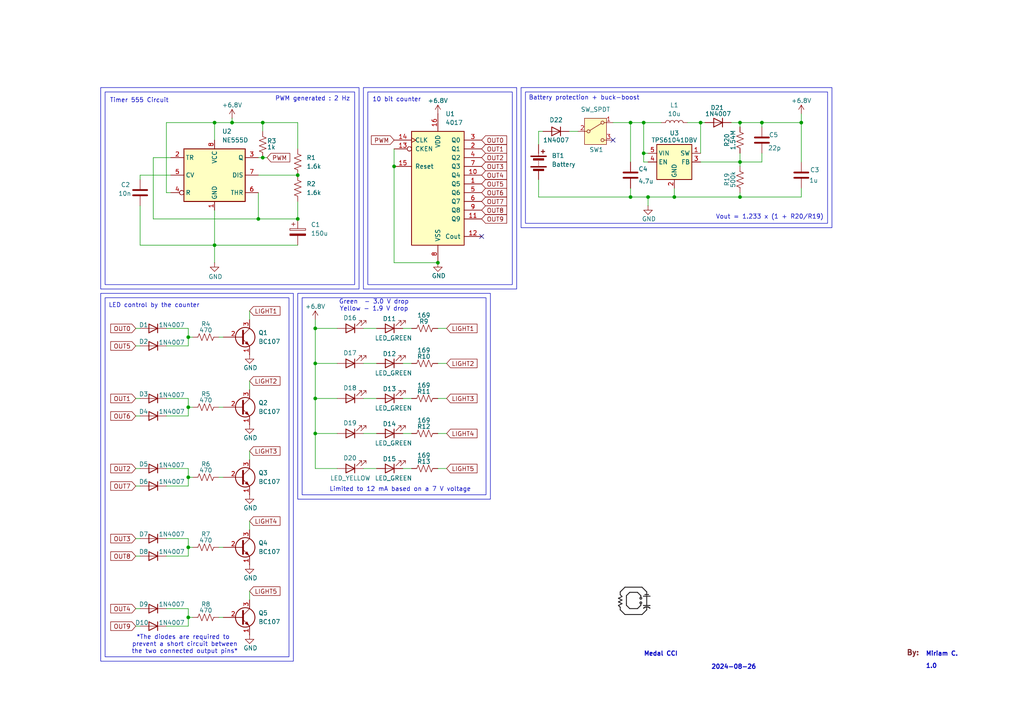
<source format=kicad_sch>
(kicad_sch (version 20231120) (generator "eeschema") (generator_version "8.0")
  (paper "A4")
  (junction (at 91.44 125.73))
  (junction (at 76.2 35.56))
  (junction (at 182.88 35.56))
  (junction (at 195.58 57.15))
  (junction (at 220.98 35.56))
  (junction (at 187.96 57.15))
  (junction (at 54.61 97.79))
  (junction (at 54.61 158.75))
  (junction (at 67.31 35.56))
  (junction (at 114.3 48.26))
  (junction (at 86.36 50.8))
  (junction (at 91.44 105.41))
  (junction (at 127 76.2))
  (junction (at 62.23 35.56))
  (junction (at 54.61 179.07))
  (junction (at 186.69 35.56))
  (junction (at 62.23 71.12))
  (junction (at 214.63 57.15))
  (junction (at 54.61 138.43))
  (junction (at 74.93 63.5))
  (junction (at 203.2 35.56))
  (junction (at 91.44 115.57))
  (junction (at 214.63 46.99))
  (junction (at 182.88 57.15))
  (junction (at 186.69 44.45))
  (junction (at 214.63 35.56))
  (junction (at 76.2 45.72))
  (junction (at 54.61 118.11))
  (junction (at 86.36 63.5))
  (junction (at 232.41 35.56))
  (junction (at 91.44 95.25))
  (no_connect (at 177.8 40.64))
  (no_connect (at 139.7 68.58))
  (polyline (pts (xy 187.4689 176.0208) (xy 187.5299 176.0164)) (stroke (width 0.2645) (type solid) (color 35 31 32 1)))
  (polyline (pts (xy 187.5758 176.875) (xy 187.5758 175.9797)) (stroke (width 0.2645) (type solid) (color 35 31 32 1)))
  (wire (pts (xy 91.44 125.73) (xy 91.44 135.89)))
  (wire (pts (xy 44.45 63.5) (xy 74.93 63.5)))
  (wire (pts (xy 62.23 60.96) (xy 62.23 71.12)))
  (wire (pts (xy 214.63 35.56) (xy 220.98 35.56)))
  (wire (pts (xy 114.3 43.18) (xy 114.3 48.26)))
  (polyline (pts (xy 186.5958 172.9237) (xy 188.5548 172.9237)) (stroke (width 0.2645) (type solid) (color 35 31 32 1)))
  (polyline (pts (xy 187.055 176.1329) (xy 187.112 176.1082)) (stroke (width 0.2645) (type solid) (color 35 31 32 1)))
  (wire (pts (xy 156.21 52.07) (xy 156.21 57.15)))
  (wire (pts (xy 97.79 105.41) (xy 91.44 105.41)))
  (wire (pts (xy 127 105.41) (xy 129.54 105.41)))
  (wire (pts (xy 199.39 35.56) (xy 203.2 35.56)))
  (wire (pts (xy 48.26 55.88) (xy 48.26 35.56)))
  (wire (pts (xy 91.44 115.57) (xy 91.44 125.73)))
  (wire (pts (xy 114.3 76.2) (xy 114.3 48.26)))
  (wire (pts (xy 105.41 115.57) (xy 109.22 115.57)))
  (wire (pts (xy 232.41 54.61) (xy 232.41 57.15)))
  (wire (pts (xy 40.64 59.69) (xy 40.64 71.12)))
  (wire (pts (xy 48.26 176.53) (xy 54.61 176.53)))
  (wire (pts (xy 54.61 161.29) (xy 48.26 161.29)))
  (polyline (pts (xy 187.1699 176.0863) (xy 187.2286 176.0674)) (stroke (width 0.2645) (type solid) (color 35 31 32 1)))
  (polyline (pts (xy 188.4433 176.3425) (xy 188.4908 176.3877)) (stroke (width 0.2645) (type solid) (color 35 31 32 1)))
  (wire (pts (xy 76.2 35.56) (xy 86.36 35.56)))
  (polyline (pts (xy 188.4908 176.3877) (xy 188.5109 176.4078)) (stroke (width 0.2645) (type solid) (color 35 31 32 1)))
  (wire (pts (xy 127 135.89) (xy 129.54 135.89)))
  (polyline (pts (xy 181.6825 173.2142) (xy 181.6825 175.1134)) (stroke (width 0.2645) (type solid) (color 35 31 32 1)))
  (wire (pts (xy 67.31 35.56) (xy 76.2 35.56)))
  (wire (pts (xy 186.69 44.45) (xy 187.96 44.45)))
  (wire (pts (xy 127 125.73) (xy 129.54 125.73)))
  (wire (pts (xy 86.36 35.56) (xy 86.36 43.18)))
  (wire (pts (xy 127 95.25) (xy 129.54 95.25)))
  (wire (pts (xy 91.44 95.25) (xy 97.79 95.25)))
  (wire (pts (xy 62.23 71.12) (xy 62.23 76.2)))
  (wire (pts (xy 195.58 57.15) (xy 214.63 57.15)))
  (wire (pts (xy 72.39 171.45) (xy 72.39 173.99)))
  (wire (pts (xy 220.98 35.56) (xy 232.41 35.56)))
  (wire (pts (xy 116.84 135.89) (xy 119.38 135.89)))
  (wire (pts (xy 187.96 57.15) (xy 195.58 57.15)))
  (polyline (pts (xy 179.3684 175.604) (xy 179.896 176.122)) (stroke (width 0.2645) (type solid) (color 35 31 32 1)))
  (polyline (pts (xy 184.8977 171.8019) (xy 182.6493 171.8019)) (stroke (width 0.2645) (type solid) (color 35 31 32 1)))
  (wire (pts (xy 156.21 57.15) (xy 182.88 57.15)))
  (wire (pts (xy 186.69 46.99) (xy 187.96 46.99)))
  (polyline (pts (xy 186.9443 176.1911) (xy 186.9991 176.1606)) (stroke (width 0.2645) (type solid) (color 35 31 32 1)))
  (polyline (pts (xy 179.896 176.122) (xy 179.896 176.875)) (stroke (width 0.2645) (type solid) (color 35 31 32 1)))
  (wire (pts (xy 182.88 57.15) (xy 187.96 57.15)))
  (polyline (pts (xy 187.7736 176.0281) (xy 187.834 176.0383)) (stroke (width 0.2645) (type solid) (color 35 31 32 1)))
  (wire (pts (xy 187.96 59.69) (xy 187.96 57.15)))
  (wire (pts (xy 39.37 140.97) (xy 40.64 140.97)))
  (wire (pts (xy 74.93 50.8) (xy 86.36 50.8)))
  (wire (pts (xy 91.44 135.89) (xy 97.79 135.89)))
  (wire (pts (xy 39.37 115.57) (xy 40.64 115.57)))
  (wire (pts (xy 182.88 54.61) (xy 182.88 57.15)))
  (wire (pts (xy 63.5 97.79) (xy 64.77 97.79)))
  (wire (pts (xy 54.61 135.89) (xy 54.61 138.43)))
  (wire (pts (xy 62.23 40.64) (xy 62.23 35.56)))
  (polyline (pts (xy 180.4167 174.0503) (xy 179.3684 174.5684)) (stroke (width 0.2645) (type solid) (color 35 31 32 1)))
  (wire (pts (xy 105.41 135.89) (xy 109.22 135.89)))
  (polyline (pts (xy 187.0234 172.448) (xy 188.1277 172.448)) (stroke (width 0.2645) (type solid) (color 35 31 32 1)))
  (wire (pts (xy 182.88 35.56) (xy 186.69 35.56)))
  (wire (pts (xy 54.61 100.33) (xy 48.26 100.33)))
  (wire (pts (xy 54.61 115.57) (xy 54.61 118.11)))
  (wire (pts (xy 72.39 90.17) (xy 72.39 92.71)))
  (polyline (pts (xy 181.6825 175.559) (xy 182.6493 176.5258)) (stroke (width 0.2645) (type solid) (color 35 31 32 1)))
  (wire (pts (xy 186.69 35.56) (xy 191.77 35.56)))
  (wire (pts (xy 39.37 176.53) (xy 40.64 176.53)))
  (wire (pts (xy 195.58 57.15) (xy 195.58 54.61)))
  (polyline (pts (xy 186.8384 176.261) (xy 186.8907 176.2246)) (stroke (width 0.2645) (type solid) (color 35 31 32 1)))
  (polyline (pts (xy 187.2286 176.0674) (xy 187.2879 176.0514)) (stroke (width 0.2645) (type solid) (color 35 31 32 1)))
  (polyline (pts (xy 179.896 176.875) (xy 181.257 178.2366)) (stroke (width 0.2645) (type solid) (color 35 31 32 1)))
  (wire (pts (xy 54.61 140.97) (xy 48.26 140.97)))
  (wire (pts (xy 214.63 46.99) (xy 214.63 48.26)))
  (wire (pts (xy 72.39 110.49) (xy 72.39 113.03)))
  (wire (pts (xy 54.61 97.79) (xy 54.61 100.33)))
  (wire (pts (xy 86.36 58.42) (xy 86.36 63.5)))
  (wire (pts (xy 63.5 138.43) (xy 64.77 138.43)))
  (wire (pts (xy 55.88 138.43) (xy 54.61 138.43)))
  (polyline (pts (xy 179.3684 174.5684) (xy 180.4167 175.0864)) (stroke (width 0.2645) (type solid) (color 35 31 32 1)))
  (polyline (pts (xy 187.5753 172.9364) (xy 187.5753 175.6299)) (stroke (width 0.2645) (type solid) (color 35 31 32 1)))
  (wire (pts (xy 62.23 35.56) (xy 67.31 35.56)))
  (wire (pts (xy 49.53 50.8) (xy 40.64 50.8)))
  (wire (pts (xy 105.41 95.25) (xy 109.22 95.25)))
  (wire (pts (xy 74.93 63.5) (xy 86.36 63.5)))
  (wire (pts (xy 54.61 138.43) (xy 54.61 140.97)))
  (polyline (pts (xy 187.2879 176.0514) (xy 187.3478 176.0383)) (stroke (width 0.2645) (type solid) (color 35 31 32 1)))
  (wire (pts (xy 49.53 55.88) (xy 48.26 55.88)))
  (wire (pts (xy 203.2 46.99) (xy 214.63 46.99)))
  (polyline (pts (xy 182.6493 176.5258) (xy 184.8977 176.5258)) (stroke (width 0.2645) (type solid) (color 35 31 32 1)))
  (wire (pts (xy 91.44 115.57) (xy 97.79 115.57)))
  (wire (pts (xy 55.88 158.75) (xy 54.61 158.75)))
  (polyline (pts (xy 188.3941 176.3003) (xy 188.4433 176.3425)) (stroke (width 0.2645) (type solid) (color 35 31 32 1)))
  (wire (pts (xy 116.84 95.25) (xy 119.38 95.25)))
  (polyline (pts (xy 186.7877 176.3003) (xy 186.8384 176.261)) (stroke (width 0.2645) (type solid) (color 35 31 32 1)))
  (wire (pts (xy 54.61 115.57) (xy 48.26 115.57)))
  (polyline (pts (xy 188.2376 176.1911) (xy 188.2911 176.2246)) (stroke (width 0.2645) (type solid) (color 35 31 32 1)))
  (polyline (pts (xy 188.0119 176.0863) (xy 188.0698 176.1082)) (stroke (width 0.2645) (type solid) (color 35 31 32 1)))
  (wire (pts (xy 55.88 118.11) (xy 54.61 118.11)))
  (wire (pts (xy 91.44 125.73) (xy 97.79 125.73)))
  (polyline (pts (xy 188.3434 176.261) (xy 188.3941 176.3003)) (stroke (width 0.2645) (type solid) (color 35 31 32 1)))
  (wire (pts (xy 91.44 92.71) (xy 91.44 95.25)))
  (wire (pts (xy 55.88 97.79) (xy 54.61 97.79)))
  (wire (pts (xy 63.5 158.75) (xy 64.77 158.75)))
  (wire (pts (xy 105.41 105.41) (xy 109.22 105.41)))
  (wire (pts (xy 54.61 181.61) (xy 48.26 181.61)))
  (polyline (pts (xy 184.8977 176.5258) (xy 185.8645 175.559)) (stroke (width 0.2645) (type solid) (color 35 31 32 1)))
  (wire (pts (xy 54.61 120.65) (xy 48.26 120.65)))
  (polyline (pts (xy 180.4167 173.0147) (xy 179.3684 173.5328)) (stroke (width 0.2645) (type solid) (color 35 31 32 1)))
  (polyline (pts (xy 188.2911 176.2246) (xy 188.3434 176.261)) (stroke (width 0.2645) (type solid) (color 35 31 32 1)))
  (wire (pts (xy 40.64 71.12) (xy 62.23 71.12)))
  (wire (pts (xy 116.84 125.73) (xy 119.38 125.73)))
  (polyline (pts (xy 188.0698 176.1082) (xy 188.1268 176.1329)) (stroke (width 0.2645) (type solid) (color 35 31 32 1)))
  (wire (pts (xy 127 76.2) (xy 114.3 76.2)))
  (polyline (pts (xy 182.6493 171.8019) (xy 181.6825 172.7687)) (stroke (width 0.2645) (type solid) (color 35 31 32 1)))
  (polyline (pts (xy 188.1827 176.1606) (xy 188.2376 176.1911)) (stroke (width 0.2645) (type solid) (color 35 31 32 1)))
  (polyline (pts (xy 181.6825 172.7687) (xy 181.6825 173.2142)) (stroke (width 0.2645) (type solid) (color 35 31 32 1)))
  (wire (pts (xy 116.84 105.41) (xy 119.38 105.41)))
  (wire (pts (xy 156.21 41.91) (xy 156.21 38.1)))
  (polyline (pts (xy 185.8645 173.2142) (xy 185.8645 172.7687)) (stroke (width 0.2645) (type solid) (color 35 31 32 1)))
  (wire (pts (xy 39.37 156.21) (xy 40.64 156.21)))
  (polyline (pts (xy 180.4167 175.0864) (xy 179.3684 175.604)) (stroke (width 0.2645) (type solid) (color 35 31 32 1)))
  (polyline (pts (xy 186.8907 176.2246) (xy 186.9443 176.1911)) (stroke (width 0.2645) (type solid) (color 35 31 32 1)))
  (polyline (pts (xy 185.8645 172.7687) (xy 184.8977 171.8019)) (stroke (width 0.2645) (type solid) (color 35 31 32 1)))
  (wire (pts (xy 214.63 35.56) (xy 214.63 36.83)))
  (wire (pts (xy 39.37 161.29) (xy 40.64 161.29)))
  (wire (pts (xy 74.93 55.88) (xy 74.93 63.5)))
  (wire (pts (xy 220.98 44.45) (xy 220.98 46.99)))
  (polyline (pts (xy 188.1268 176.1329) (xy 188.1827 176.1606)) (stroke (width 0.2645) (type solid) (color 35 31 32 1)))
  (polyline (pts (xy 179.896 172.4914) (xy 180.4167 173.0147)) (stroke (width 0.2645) (type solid) (color 35 31 32 1)))
  (wire (pts (xy 54.61 95.25) (xy 54.61 97.79)))
  (polyline (pts (xy 187.5758 171.6738) (xy 186.2143 170.3123)) (stroke (width 0.2645) (type solid) (color 35 31 32 1)))
  (wire (pts (xy 62.23 71.12) (xy 86.36 71.12)))
  (wire (pts (xy 39.37 95.25) (xy 40.64 95.25)))
  (polyline (pts (xy 179.896 171.6738) (xy 179.896 172.4914)) (stroke (width 0.2645) (type solid) (color 35 31 32 1)))
  (wire (pts (xy 91.44 95.25) (xy 91.44 105.41)))
  (wire (pts (xy 232.41 35.56) (xy 232.41 33.02)))
  (wire (pts (xy 40.64 50.8) (xy 40.64 52.07)))
  (polyline (pts (xy 179.3684 173.5328) (xy 180.4167 174.0503)) (stroke (width 0.2645) (type solid) (color 35 31 32 1)))
  (polyline (pts (xy 186.5958 175.6209) (xy 188.5548 175.6209)) (stroke (width 0.2645) (type solid) (color 35 31 32 1)))
  (wire (pts (xy 55.88 179.07) (xy 54.61 179.07)))
  (wire (pts (xy 48.26 35.56) (xy 62.23 35.56)))
  (polyline (pts (xy 186.672 176.4067) (xy 186.6911 176.3877)) (stroke (width 0.2645) (type solid) (color 35 31 32 1)))
  (polyline (pts (xy 187.112 176.1082) (xy 187.1699 176.0863)) (stroke (width 0.2645) (type solid) (color 35 31 32 1)))
  (polyline (pts (xy 187.5299 176.0164) (xy 187.5909 176.015)) (stroke (width 0.2645) (type solid) (color 35 31 32 1)))
  (polyline (pts (xy 187.4082 176.0281) (xy 187.4689 176.0208)) (stroke (width 0.2645) (type solid) (color 35 31 32 1)))
  (wire (pts (xy 165.1 38.1) (xy 167.64 38.1)))
  (wire (pts (xy 54.61 158.75) (xy 54.61 161.29)))
  (wire (pts (xy 54.61 156.21) (xy 54.61 158.75)))
  (polyline (pts (xy 186.9991 176.1606) (xy 187.055 176.1329)) (stroke (width 0.2645) (type solid) (color 35 31 32 1)))
  (wire (pts (xy 156.21 38.1) (xy 157.48 38.1)))
  (wire (pts (xy 54.61 135.89) (xy 48.26 135.89)))
  (polyline (pts (xy 186.7385 176.3425) (xy 186.7877 176.3003)) (stroke (width 0.2645) (type solid) (color 35 31 32 1)))
  (polyline (pts (xy 181.257 170.3123) (xy 179.896 171.6738)) (stroke (width 0.2645) (type solid) (color 35 31 32 1)))
  (wire (pts (xy 54.61 95.25) (xy 48.26 95.25)))
  (wire (pts (xy 214.63 44.45) (xy 214.63 46.99)))
  (wire (pts (xy 54.61 118.11) (xy 54.61 120.65)))
  (polyline (pts (xy 187.5758 172.5734) (xy 187.5758 171.6738)) (stroke (width 0.2645) (type solid) (color 35 31 32 1)))
  (polyline (pts (xy 187.7129 176.0208) (xy 187.7736 176.0281)) (stroke (width 0.2645) (type solid) (color 35 31 32 1)))
  (wire (pts (xy 54.61 176.53) (xy 54.61 179.07)))
  (polyline (pts (xy 187.5909 176.015) (xy 187.652 176.0164)) (stroke (width 0.2645) (type solid) (color 35 31 32 1)))
  (wire (pts (xy 54.61 179.07) (xy 54.61 181.61)))
  (wire (pts (xy 116.84 115.57) (xy 119.38 115.57)))
  (wire (pts (xy 186.69 35.56) (xy 186.69 44.45)))
  (polyline (pts (xy 187.8939 176.0514) (xy 187.9532 176.0674)) (stroke (width 0.2645) (type solid) (color 35 31 32 1)))
  (wire (pts (xy 105.41 125.73) (xy 109.22 125.73)))
  (polyline (pts (xy 181.6825 175.1134) (xy 181.6825 175.559)) (stroke (width 0.2645) (type solid) (color 35 31 32 1)))
  (polyline (pts (xy 187.9532 176.0674) (xy 188.0119 176.0863)) (stroke (width 0.2645) (type solid) (color 35 31 32 1)))
  (polyline (pts (xy 181.257 178.2366) (xy 186.2143 178.2366)) (stroke (width 0.2645) (type solid) (color 35 31 32 1)))
  (wire (pts (xy 214.63 46.99) (xy 220.98 46.99)))
  (wire (pts (xy 214.63 55.88) (xy 214.63 57.15)))
  (wire (pts (xy 204.47 35.56) (xy 203.2 35.56)))
  (polyline (pts (xy 187.3478 176.0383) (xy 187.4082 176.0281)) (stroke (width 0.2645) (type solid) (color 35 31 32 1)))
  (wire (pts (xy 63.5 179.07) (xy 64.77 179.07)))
  (wire (pts (xy 177.8 35.56) (xy 182.88 35.56)))
  (wire (pts (xy 76.2 35.56) (xy 76.2 38.1)))
  (polyline (pts (xy 186.2143 178.2366) (xy 187.5758 176.875)) (stroke (width 0.2645) (type solid) (color 35 31 32 1)))
  (wire (pts (xy 44.45 45.72) (xy 49.53 45.72)))
  (polyline (pts (xy 187.834 176.0383) (xy 187.8939 176.0514)) (stroke (width 0.2645) (type solid) (color 35 31 32 1)))
  (wire (pts (xy 39.37 181.61) (xy 40.64 181.61)))
  (wire (pts (xy 214.63 57.15) (xy 232.41 57.15)))
  (wire (pts (xy 39.37 100.33) (xy 40.64 100.33)))
  (polyline (pts (xy 187.652 176.0164) (xy 187.7129 176.0208)) (stroke (width 0.2645) (type solid) (color 35 31 32 1)))
  (wire (pts (xy 63.5 118.11) (xy 64.77 118.11)))
  (polyline (pts (xy 186.6911 176.3877) (xy 186.7385 176.3425)) (stroke (width 0.2645) (type solid) (color 35 31 32 1)))
  (polyline (pts (xy 185.8645 175.559) (xy 185.8645 175.1134)) (stroke (width 0.2645) (type solid) (color 35 31 32 1)))
  (wire (pts (xy 67.31 35.56) (xy 67.31 34.29)))
  (wire (pts (xy 186.69 44.45) (xy 186.69 46.99)))
  (wire (pts (xy 91.44 105.41) (xy 91.44 115.57)))
  (wire (pts (xy 77.47 45.72) (xy 76.2 45.72)))
  (wire (pts (xy 72.39 130.81) (xy 72.39 133.35)))
  (wire (pts (xy 220.98 36.83) (xy 220.98 35.56)))
  (wire (pts (xy 72.39 151.13) (xy 72.39 153.67)))
  (wire (pts (xy 182.88 35.56) (xy 182.88 46.99)))
  (wire (pts (xy 232.41 35.56) (xy 232.41 46.99)))
  (wire (pts (xy 39.37 120.65) (xy 40.64 120.65)))
  (wire (pts (xy 127 115.57) (xy 129.54 115.57)))
  (wire (pts (xy 39.37 135.89) (xy 40.64 135.89)))
  (wire (pts (xy 212.09 35.56) (xy 214.63 35.56)))
  (wire (pts (xy 48.26 156.21) (xy 54.61 156.21)))
  (polyline (pts (xy 186.2143 170.3123) (xy 181.257 170.3123)) (stroke (width 0.2645) (type solid) (color 35 31 32 1)))
  (wire (pts (xy 76.2 45.72) (xy 74.93 45.72)))
  (wire (pts (xy 44.45 63.5) (xy 44.45 45.72)))
  (wire (pts (xy 203.2 35.56) (xy 203.2 44.45)))
  (polyline (pts (xy 185.8785 174.5671) (xy 185.8924 174.5682) (xy 185.906 174.5699) (xy 185.9194 174.5723) (xy 185.9326 174.5754) (xy 185.9455 174.579) (xy 185.9582 174.5833) (xy 185.9706 174.5882) (xy 185.9826 174.5937) (xy 185.9944 174.5997) (xy 186.0058 174.6062) (xy 186.0169 174.6133) (xy 186.0276 174.6209) (xy 186.0378 174.629) (xy 186.0477 174.6376) (xy 186.0572 174.6466) (xy 186.0662 174.6561) (xy 186.0748 174.666) (xy 186.0829 174.6763) (xy 186.0905 174.6869) (xy 186.0976 174.698) (xy 186.1041 174.7094) (xy 186.1101 174.7212) (xy 186.1156 174.7332) (xy 186.1205 174.7456) (xy 186.1248 174.7583) (xy 186.1284 174.7712) (xy 186.1315 174.7844) (xy 186.1339 174.7978) (xy 186.1356 174.8114) (xy 186.1367 174.8253) (xy 186.137 174.8393) (xy 186.1367 174.8533) (xy 186.1356 174.8672) (xy 186.1339 174.8808) (xy 186.1315 174.8942) (xy 186.1284 174.9074) (xy 186.1248 174.9204) (xy 186.1205 174.933) (xy 186.1156 174.9454) (xy 186.1101 174.9575) (xy 186.1041 174.9692) (xy 186.0976 174.9806) (xy 186.0905 174.9917) (xy 186.0829 175.0024) (xy 186.0748 175.0127) (xy 186.0662 175.0225) (xy 186.0572 175.032) (xy 186.0477 175.041) (xy 186.0378 175.0496) (xy 186.0276 175.0577) (xy 186.0169 175.0653) (xy 186.0058 175.0724) (xy 185.9944 175.0789) (xy 185.9826 175.085) (xy 185.9706 175.0904) (xy 185.9582 175.0953) (xy 185.9455 175.0996) (xy 185.9326 175.1033) (xy 185.9194 175.1063) (xy 185.906 175.1087) (xy 185.8924 175.1104) (xy 185.8785 175.1115) (xy 185.8645 175.1118) (xy 185.8505 175.1115) (xy 185.8366 175.1104) (xy 185.823 175.1087) (xy 185.8096 175.1063) (xy 185.7964 175.1033) (xy 185.7835 175.0996) (xy 185.7708 175.0953) (xy 185.7584 175.0904) (xy 185.7464 175.085) (xy 185.7346 175.0789) (xy 185.7232 175.0724) (xy 185.7121 175.0653) (xy 185.7014 175.0577) (xy 185.6912 175.0496) (xy 185.6813 175.041) (xy 185.6718 175.032) (xy 185.6628 175.0225) (xy 185.6542 175.0127) (xy 185.6461 175.0024) (xy 185.6385 174.9917) (xy 185.6314 174.9806) (xy 185.6249 174.9692) (xy 185.6189 174.9575) (xy 185.6134 174.9454) (xy 185.6085 174.933) (xy 185.6042 174.9204) (xy 185.6006 174.9074) (xy 185.5975 174.8942) (xy 185.5951 174.8808) (xy 185.5934 174.8672) (xy 185.5923 174.8533) (xy 185.592 174.8393) (xy 185.5923 174.8253) (xy 185.5934 174.8114) (xy 185.5951 174.7978) (xy 185.5975 174.7844) (xy 185.6006 174.7712) (xy 185.6042 174.7583) (xy 185.6085 174.7456) (xy 185.6134 174.7332) (xy 185.6189 174.7212) (xy 185.6249 174.7094) (xy 185.6314 174.698) (xy 185.6385 174.6869) (xy 185.6461 174.6763) (xy 185.6542 174.666) (xy 185.6628 174.6561) (xy 185.6718 174.6466) (xy 185.6813 174.6376) (xy 185.6912 174.629) (xy 185.7014 174.6209) (xy 185.7121 174.6133) (xy 185.7232 174.6062) (xy 185.7346 174.5997) (xy 185.7464 174.5937) (xy 185.7584 174.5882) (xy 185.7708 174.5833) (xy 185.7835 174.579) (xy 185.7964 174.5754) (xy 185.8096 174.5723) (xy 185.823 174.5699) (xy 185.8366 174.5682) (xy 185.8505 174.5671) (xy 185.8645 174.5668) (xy 185.8785 174.5671)) (stroke (width 0.2645) (type solid) (color 35 31 32 1)))
  (rectangle (start 29.21 85.09) (end 85.09 191.77))
  (rectangle (start 106.68 26.67) (end 148.59 82.55))
  (rectangle (start 30.48 26.67) (end 102.87 82.55))
  (rectangle (start 29.21 25.4) (end 104.14 83.82))
  (rectangle (start 87.63 86.36) (end 140.97 143.51))
  (rectangle (start 105.41 25.4) (end 149.86 83.82))
  (polyline (pts (xy 185.8785 173.2395) (xy 185.8924 173.2405) (xy 185.906 173.2423) (xy 185.9194 173.2446) (xy 185.9326 173.2477) (xy 185.9455 173.2514) (xy 185.9582 173.2556) (xy 185.9706 173.2605) (xy 185.9826 173.266) (xy 185.9944 173.272) (xy 186.0058 173.2786) (xy 186.0169 173.2857) (xy 186.0276 173.2933) (xy 186.0378 173.3013) (xy 186.0477 173.3099) (xy 186.0572 173.3189) (xy 186.0662 173.3284) (xy 186.0748 173.3383) (xy 186.0829 173.3486) (xy 186.0905 173.3593) (xy 186.0976 173.3703) (xy 186.1041 173.3817) (xy 186.1101 173.3935) (xy 186.1156 173.4056) (xy 186.1205 173.4179) (xy 186.1248 173.4306) (xy 186.1284 173.4435) (xy 186.1315 173.4567) (xy 186.1339 173.4701) (xy 186.1356 173.4838) (xy 186.1367 173.4976) (xy 186.137 173.5116) (xy 186.1367 173.5257) (xy 186.1356 173.5395) (xy 186.1339 173.5531) (xy 186.1315 173.5666) (xy 186.1284 173.5797) (xy 186.1248 173.5927) (xy 186.1205 173.6053) (xy 186.1156 173.6177) (xy 186.1101 173.6298) (xy 186.1041 173.6415) (xy 186.0976 173.6529) (xy 186.0905 173.664) (xy 186.0829 173.6747) (xy 186.0748 173.685) (xy 186.0662 173.6949) (xy 186.0572 173.7043) (xy 186.0477 173.7134) (xy 186.0378 173.7219) (xy 186.0276 173.73) (xy 186.0169 173.7376) (xy 186.0058 173.7447) (xy 185.9944 173.7513) (xy 185.9826 173.7573) (xy 185.9706 173.7627) (xy 185.9582 173.7676) (xy 185.9455 173.7719) (xy 185.9326 173.7756) (xy 185.9194 173.7786) (xy 185.906 173.781) (xy 185.8924 173.7827) (xy 185.8785 173.7838) (xy 185.8645 173.7842) (xy 185.8505 173.7838) (xy 185.8366 173.7827) (xy 185.823 173.781) (xy 185.8096 173.7786) (xy 185.7964 173.7756) (xy 185.7835 173.7719) (xy 185.7708 173.7676) (xy 185.7584 173.7627) (xy 185.7464 173.7573) (xy 185.7346 173.7513) (xy 185.7232 173.7447) (xy 185.7121 173.7376) (xy 185.7014 173.73) (xy 185.6912 173.7219) (xy 185.6813 173.7134) (xy 185.6718 173.7043) (xy 185.6628 173.6949) (xy 185.6542 173.685) (xy 185.6461 173.6747) (xy 185.6385 173.664) (xy 185.6314 173.6529) (xy 185.6249 173.6415) (xy 185.6189 173.6298) (xy 185.6134 173.6177) (xy 185.6085 173.6053) (xy 185.6042 173.5927) (xy 185.6006 173.5797) (xy 185.5975 173.5666) (xy 185.5951 173.5531) (xy 185.5934 173.5395) (xy 185.5923 173.5257) (xy 185.592 173.5116) (xy 185.5923 173.4976) (xy 185.5934 173.4838) (xy 185.5951 173.4701) (xy 185.5975 173.4567) (xy 185.6006 173.4435) (xy 185.6042 173.4306) (xy 185.6085 173.4179) (xy 185.6134 173.4056) (xy 185.6189 173.3935) (xy 185.6249 173.3817) (xy 185.6314 173.3703) (xy 185.6385 173.3593) (xy 185.6461 173.3486) (xy 185.6542 173.3383) (xy 185.6628 173.3284) (xy 185.6718 173.3189) (xy 185.6813 173.3099) (xy 185.6912 173.3013) (xy 185.7014 173.2933) (xy 185.7121 173.2857) (xy 185.7232 173.2786) (xy 185.7346 173.272) (xy 185.7464 173.266) (xy 185.7584 173.2605) (xy 185.7708 173.2556) (xy 185.7835 173.2514) (xy 185.7964 173.2477) (xy 185.8096 173.2446) (xy 185.823 173.2423) (xy 185.8366 173.2405) (xy 185.8505 173.2395) (xy 185.8645 173.2391) (xy 185.8785 173.2395)) (stroke (width 0.2645) (type solid) (color 35 31 32 1)))
  (rectangle (start 86.36 85.09) (end 142.24 144.78))
  (rectangle (start 30.48 86.36) (end 83.82 190.5))
  (rectangle (start 152.4 26.67) (end 240.03 64.77))
  (rectangle (start 151.13 25.4) (end 241.3 66.04))
  (text "Miriam C." (at 268.478 189.738 0) (effects (font (size 1.27 1.27) (bold yes)) (justify left)))
  (text "10 bit counter" (at 115.062 28.956 0) (effects (font (size 1.27 1.27))))
  (text "2024-08-26\n" (at 206.248 193.548 0) (effects (font (size 1.27 1.27) (bold yes)) (justify left)))
  (text "Limited to 12 mA based on a 7 V voltage\n" (at 116.078 141.986 0) (effects (font (size 1.27 1.27))))
  (text "LED control by the counter\n" (at 44.704 88.646 0) (effects (font (size 1.27 1.27))))
  (text "Green  - 3.0 V drop\nYellow - 1.9 V drop" (at 108.458 88.646 0) (effects (font (size 1.27 1.27))))
  (text "By:" (at 262.89 189.484 0) (effects (font (size 1.524 1.524) (bold yes)) (justify left)))
  (text "1.0" (at 268.478 193.294 0) (effects (font (size 1.27 1.27) (bold yes)) (justify left)))
  (text "Battery protection + buck-boost" (at 169.418 28.448 0) (effects (font (size 1.27 1.27))))
  (text "PWM generated : 2 Hz" (at 90.678 28.702 0) (effects (font (size 1.27 1.27))))
  (text "Timer 555 Circuit\n" (at 40.386 29.21 0) (effects (font (size 1.27 1.27))))
  (text "*The diodes are required to \nprevent a short circuit between\nthe two connected output pins*" (at 53.594 186.944 0) (effects (font (size 1.27 1.27))))
  (text "Vout = 1.233 x (1 + R20/R19)" (at 223.266 62.992 0) (effects (font (size 1.27 1.27))))
  (text "Medal CCI" (at 186.69 189.738 0) (effects (font (size 1.27 1.27) (thickness 0.254) (bold yes)) (justify left)))
  (global_label "LIGHT4" (shape input) (at 129.54 125.73 0) (property "Intersheetrefs" "${INTERSHEET_REFS}" (effects (hide yes))))
  (global_label "OUT2" (shape input) (at 139.7 45.72 0) (property "Intersheetrefs" "${INTERSHEET_REFS}" (effects (hide yes))))
  (global_label "OUT6" (shape input) (at 139.7 55.88 0) (property "Intersheetrefs" "${INTERSHEET_REFS}" (effects (hide yes))))
  (global_label "OUT8" (shape input) (at 139.7 60.96 0) (property "Intersheetrefs" "${INTERSHEET_REFS}" (effects (hide yes))))
  (global_label "OUT1" (shape input) (at 39.37 115.57 180) (property "Intersheetrefs" "${INTERSHEET_REFS}" (effects (hide yes))))
  (global_label "LIGHT4" (shape input) (at 72.39 151.13 0) (property "Intersheetrefs" "${INTERSHEET_REFS}" (effects (hide yes))))
  (global_label "OUT0" (shape input) (at 139.7 40.64 0) (property "Intersheetrefs" "${INTERSHEET_REFS}" (effects (hide yes))))
  (global_label "OUT7" (shape input) (at 139.7 58.42 0) (property "Intersheetrefs" "${INTERSHEET_REFS}" (effects (hide yes))))
  (global_label "OUT8" (shape input) (at 39.37 161.29 180) (property "Intersheetrefs" "${INTERSHEET_REFS}" (effects (hide yes))))
  (global_label "OUT9" (shape input) (at 139.7 63.5 0) (property "Intersheetrefs" "${INTERSHEET_REFS}" (effects (hide yes))))
  (global_label "OUT6" (shape input) (at 39.37 120.65 180) (property "Intersheetrefs" "${INTERSHEET_REFS}" (effects (hide yes))))
  (global_label "OUT4" (shape input) (at 39.37 176.53 180) (property "Intersheetrefs" "${INTERSHEET_REFS}" (effects (hide yes))))
  (global_label "LIGHT5" (shape input) (at 72.39 171.45 0) (property "Intersheetrefs" "${INTERSHEET_REFS}" (effects (hide yes))))
  (global_label "LIGHT5" (shape input) (at 129.54 135.89 0) (property "Intersheetrefs" "${INTERSHEET_REFS}" (effects (hide yes))))
  (global_label "OUT4" (shape input) (at 139.7 50.8 0) (property "Intersheetrefs" "${INTERSHEET_REFS}" (effects (hide yes))))
  (global_label "PWM" (shape input) (at 114.3 40.64 180) (property "Intersheetrefs" "${INTERSHEET_REFS}" (effects (hide yes))))
  (global_label "OUT7" (shape input) (at 39.37 140.97 180) (property "Intersheetrefs" "${INTERSHEET_REFS}" (effects (hide yes))))
  (global_label "OUT5" (shape input) (at 39.37 100.33 180) (property "Intersheetrefs" "${INTERSHEET_REFS}" (effects (hide yes))))
  (global_label "LIGHT1" (shape input) (at 72.39 90.17 0) (property "Intersheetrefs" "${INTERSHEET_REFS}" (effects (hide yes))))
  (global_label "OUT2" (shape input) (at 39.37 135.89 180) (property "Intersheetrefs" "${INTERSHEET_REFS}" (effects (hide yes))))
  (global_label "LIGHT1" (shape input) (at 129.54 95.25 0) (property "Intersheetrefs" "${INTERSHEET_REFS}" (effects (hide yes))))
  (global_label "LIGHT2" (shape input) (at 72.39 110.49 0) (property "Intersheetrefs" "${INTERSHEET_REFS}" (effects (hide yes))))
  (global_label "OUT3" (shape input) (at 139.7 48.26 0) (property "Intersheetrefs" "${INTERSHEET_REFS}" (effects (hide yes))))
  (global_label "PWM" (shape input) (at 77.47 45.72 0) (property "Intersheetrefs" "${INTERSHEET_REFS}" (effects (hide yes))))
  (global_label "LIGHT3" (shape input) (at 72.39 130.81 0) (property "Intersheetrefs" "${INTERSHEET_REFS}" (effects (hide yes))))
  (global_label "LIGHT3" (shape input) (at 129.54 115.57 0) (property "Intersheetrefs" "${INTERSHEET_REFS}" (effects (hide yes))))
  (global_label "OUT5" (shape input) (at 139.7 53.34 0) (property "Intersheetrefs" "${INTERSHEET_REFS}" (effects (hide yes))))
  (global_label "OUT9" (shape input) (at 39.37 181.61 180) (property "Intersheetrefs" "${INTERSHEET_REFS}" (effects (hide yes))))
  (global_label "LIGHT2" (shape input) (at 129.54 105.41 0) (property "Intersheetrefs" "${INTERSHEET_REFS}" (effects (hide yes))))
  (global_label "OUT1" (shape input) (at 139.7 43.18 0) (property "Intersheetrefs" "${INTERSHEET_REFS}" (effects (hide yes))))
  (global_label "OUT3" (shape input) (at 39.37 156.21 180) (property "Intersheetrefs" "${INTERSHEET_REFS}" (effects (hide yes))))
  (global_label "OUT0" (shape input) (at 39.37 95.25 180) (property "Intersheetrefs" "${INTERSHEET_REFS}" (effects (hide yes))))
  (symbol (lib_id "Device:R_US") (at 123.19 95.25 270) (unit 1)
    (property "Reference" "R9" (at 122.936 93.218 90))
    (property "Value" "169" (at 122.936 91.44 90))
    (property "Footprint" "Resistor_SMD:R_0603_1608Metric_Pad0.98x0.95mm_HandSolder" (effects (hide yes)))
    (property "Description" "Resistor, US symbol" (effects (hide yes)))
  )
  (symbol (lib_id "Transistor_BJT:BC107") (at 69.85 158.75 0) (unit 1)
    (property "Reference" "Q4" (at 74.93 157.4799 0) (effects (justify left)))
    (property "Value" "BC107" (at 74.93 160.0199 0) (effects (justify left)))
    (property "Footprint" "Package_TO_SOT_SMD:SOT-23" (effects (hide yes)))
    (property "Datasheet" "http://www.b-kainka.de/Daten/Transistor/BC108.pdf" (effects (hide yes)))
    (property "Description" "0.1A Ic, 50V Vce, Low Noise General Purpose NPN Transistor, TO-18" (effects (hide yes)))
  )
  (symbol (lib_id "Diode:1N4007") (at 44.45 115.57 180) (unit 1)
    (property "Reference" "D3" (at 41.656 114.3 0))
    (property "Value" "1N4007" (at 49.784 114.554 0))
    (property "Footprint" "Diode_SMD:D_SOD-123F" (effects (hide yes)))
    (property "Datasheet" "http://www.vishay.com/docs/88503/1n4001.pdf" (effects (hide yes)))
    (property "Description" "1000V 1A General Purpose Rectifier Diode, DO-41" (effects (hide yes)))
    (property "Sim.Device" "D" (effects (hide yes)))
    (property "Sim.Pins" "1=K 2=A" (effects (hide yes)))
  )
  (symbol (lib_id "Device:R_US") (at 59.69 97.79 90) (unit 1)
    (property "Reference" "R4" (at 59.69 93.98 90))
    (property "Value" "470" (at 59.69 95.758 90))
    (property "Footprint" "Resistor_SMD:R_0603_1608Metric_Pad0.98x0.95mm_HandSolder" (effects (hide yes)))
    (property "Description" "Resistor, US symbol" (effects (hide yes)))
  )
  (symbol (lib_id "Device:C") (at 232.41 50.8 0) (unit 1)
    (property "Reference" "C3" (at 234.95 49.276 0) (effects (justify left)))
    (property "Value" "1u" (at 234.696 52.324 0) (effects (justify left)))
    (property "Footprint" "Inductor_SMD:L_0603_1608Metric_Pad1.05x0.95mm_HandSolder" (effects (hide yes)))
    (property "Description" "Unpolarized capacitor" (effects (hide yes)))
  )
  (symbol (lib_id "power:+5V") (at 91.44 92.71 0) (unit 1)
    (property "Reference" "#PWR010" (effects (hide yes)))
    (property "Value" "+6.8V" (at 91.44 88.9 0))
    (property "Description" "Power symbol creates a global label with name \"+5V\"" (effects (hide yes)))
  )
  (symbol (lib_id "Device:R_US") (at 59.69 138.43 90) (unit 1)
    (property "Reference" "R6" (at 59.69 134.62 90))
    (property "Value" "470" (at 59.69 136.398 90))
    (property "Footprint" "Resistor_SMD:R_0603_1608Metric_Pad0.98x0.95mm_HandSolder" (effects (hide yes)))
    (property "Description" "Resistor, US symbol" (effects (hide yes)))
  )
  (symbol (lib_id "Device:LED") (at 113.03 135.89 180) (unit 1)
    (property "Reference" "D15" (at 110.998 133.096 0) (effects (justify right)))
    (property "Value" "LED_GREEN" (at 108.712 138.684 0) (effects (justify right)))
    (property "Footprint" "Diode_SMD:D_0603_1608Metric_Pad1.05x0.95mm_HandSolder" (effects (hide yes)))
    (property "Description" "Light emitting diode" (effects (hide yes)))
  )
  (symbol (lib_id "Regulator_Switching:TPS61041DBV") (at 195.58 46.99 0) (unit 1)
    (property "Reference" "U3" (at 195.58 38.608 0))
    (property "Value" "TPS61041DBV" (at 195.58 40.64 0))
    (property "Footprint" "Package_TO_SOT_SMD:SOT-23-5" (effects (hide yes)))
    (property "Datasheet" "http://www.ti.com/lit/ds/symlink/tps61040.pdf" (effects (hide yes)))
    (property "Description" "Synchronous Boost Regulator, Adjustable Output up to 28V, 250 mA Switch Current Limit, SOT-23-5" (effects (hide yes)))
  )
  (symbol (lib_id "power:GND") (at 127 76.2 0) (unit 1)
    (property "Reference" "#PWR04" (effects (hide yes)))
    (property "Value" "GND" (at 127.254 80.01 0))
    (property "Description" "Power symbol creates a global label with name \"GND\" , ground" (effects (hide yes)))
  )
  (symbol (lib_id "power:GND") (at 72.39 102.87 0) (unit 1)
    (property "Reference" "#PWR05" (effects (hide yes)))
    (property "Value" "GND" (at 72.644 106.68 0))
    (property "Description" "Power symbol creates a global label with name \"GND\" , ground" (effects (hide yes)))
  )
  (symbol (lib_id "Device:LED") (at 113.03 95.25 180) (unit 1)
    (property "Reference" "D11" (at 110.998 92.456 0) (effects (justify right)))
    (property "Value" "LED_GREEN" (at 108.712 98.044 0) (effects (justify right)))
    (property "Footprint" "Diode_SMD:D_0603_1608Metric_Pad1.05x0.95mm_HandSolder" (effects (hide yes)))
    (property "Description" "Light emitting diode" (effects (hide yes)))
  )
  (symbol (lib_id "power:GND") (at 72.39 143.51 0) (unit 1)
    (property "Reference" "#PWR07" (effects (hide yes)))
    (property "Value" "GND" (at 72.644 147.32 0))
    (property "Description" "Power symbol creates a global label with name \"GND\" , ground" (effects (hide yes)))
  )
  (symbol (lib_id "Device:C") (at 40.64 55.88 0) (unit 1)
    (property "Reference" "C2" (at 35.052 53.594 0) (effects (justify left)))
    (property "Value" "10n" (at 34.29 56.134 0) (effects (justify left)))
    (property "Footprint" "Capacitor_SMD:C_0603_1608Metric" (effects (hide yes)))
    (property "Description" "Unpolarized capacitor" (effects (hide yes)))
  )
  (symbol (lib_id "Diode:1N4007") (at 44.45 161.29 180) (unit 1)
    (property "Reference" "D8" (at 41.656 160.02 0))
    (property "Value" "1N4007" (at 49.784 160.02 0))
    (property "Footprint" "Diode_SMD:D_SOD-123F" (effects (hide yes)))
    (property "Datasheet" "http://www.vishay.com/docs/88503/1n4001.pdf" (effects (hide yes)))
    (property "Description" "1000V 1A General Purpose Rectifier Diode, DO-41" (effects (hide yes)))
    (property "Sim.Device" "D" (effects (hide yes)))
    (property "Sim.Pins" "1=K 2=A" (effects (hide yes)))
  )
  (symbol (lib_id "4xxx:4017") (at 127 53.34 0) (unit 1)
    (property "Reference" "U1" (at 129.1941 33.02 0) (effects (justify left)))
    (property "Value" "4017" (at 129.1941 35.56 0) (effects (justify left)))
    (property "Footprint" "Package_SO:SOP-16_3.9x9.9mm_P1.27mm" (effects (hide yes)))
    (property "Datasheet" "https://www.lcsc.com/datasheet/lcsc_datasheet_2404251034_lingxingic-CD4017BM-LX_C22390236.pdf" (effects (hide yes)))
    (property "Description" "Johnson Counter ( 10 outputs )" (effects (hide yes)))
  )
  (symbol (lib_id "Timer:NE555D") (at 62.23 50.8 0) (unit 1)
    (property "Reference" "U2" (at 64.4241 38.1 0) (effects (justify left)))
    (property "Value" "NE555D" (at 64.4241 40.64 0) (effects (justify left)))
    (property "Footprint" "Package_SO:SOIC-8_3.9x4.9mm_P1.27mm" (effects (hide yes)))
    (property "Datasheet" "http://www.ti.com/lit/ds/symlink/ne555.pdf" (effects (hide yes)))
    (property "Description" "Precision Timers, 555 compatible, SOIC-8" (effects (hide yes)))
  )
  (symbol (lib_id "Device:Battery") (at 156.21 46.99 0) (unit 1)
    (property "Reference" "BT1" (at 160.02 45.1484 0) (effects (justify left)))
    (property "Value" "Battery" (at 160.02 47.6884 0) (effects (justify left)))
    (property "Footprint" "CCI:BAT_SMD_CR1220" (effects (hide yes)))
    (property "Description" "Multiple-cell battery" (effects (hide yes)))
  )
  (symbol (lib_id "Device:R_US") (at 123.19 115.57 270) (unit 1)
    (property "Reference" "R11" (at 122.936 113.538 90))
    (property "Value" "169" (at 122.936 111.76 90))
    (property "Footprint" "Resistor_SMD:R_0603_1608Metric_Pad0.98x0.95mm_HandSolder" (effects (hide yes)))
    (property "Description" "Resistor, US symbol" (effects (hide yes)))
  )
  (symbol (lib_id "Diode:1N4007") (at 44.45 95.25 180) (unit 1)
    (property "Reference" "D1" (at 41.656 94.234 0))
    (property "Value" "1N4007" (at 49.784 94.234 0))
    (property "Footprint" "Diode_SMD:D_SOD-123F" (effects (hide yes)))
    (property "Datasheet" "http://www.vishay.com/docs/88503/1n4001.pdf" (effects (hide yes)))
    (property "Description" "1000V 1A General Purpose Rectifier Diode, DO-41" (effects (hide yes)))
    (property "Sim.Device" "D" (effects (hide yes)))
    (property "Sim.Pins" "1=K 2=A" (effects (hide yes)))
  )
  (symbol (lib_id "Device:LED") (at 101.6 105.41 180) (unit 1)
    (property "Reference" "D17" (at 99.568 102.362 0) (effects (justify right)))
    (property "Value" "LED_YELLOW" (effects (hide yes)))
    (property "Footprint" "Diode_SMD:D_0603_1608Metric_Pad1.05x0.95mm_HandSolder" (effects (hide yes)))
    (property "Description" "Light emitting diode" (effects (hide yes)))
  )
  (symbol (lib_id "Device:R_US") (at 59.69 179.07 90) (unit 1)
    (property "Reference" "R8" (at 59.69 175.26 90))
    (property "Value" "470" (at 59.69 177.038 90))
    (property "Footprint" "Resistor_SMD:R_0603_1608Metric_Pad0.98x0.95mm_HandSolder" (effects (hide yes)))
    (property "Description" "Resistor, US symbol" (effects (hide yes)))
  )
  (symbol (lib_id "Device:R_US") (at 123.19 125.73 270) (unit 1)
    (property "Reference" "R12" (at 122.936 123.698 90))
    (property "Value" "169" (at 122.936 121.92 90))
    (property "Footprint" "Resistor_SMD:R_0603_1608Metric_Pad0.98x0.95mm_HandSolder" (effects (hide yes)))
    (property "Description" "Resistor, US symbol" (effects (hide yes)))
  )
  (symbol (lib_id "Device:LED") (at 113.03 115.57 180) (unit 1)
    (property "Reference" "D13" (at 110.998 112.776 0) (effects (justify right)))
    (property "Value" "LED_GREEN" (at 108.712 118.364 0) (effects (justify right)))
    (property "Footprint" "Diode_SMD:D_0603_1608Metric_Pad1.05x0.95mm_HandSolder" (effects (hide yes)))
    (property "Description" "Light emitting diode" (effects (hide yes)))
  )
  (symbol (lib_id "power:GND") (at 72.39 184.15 0) (unit 1)
    (property "Reference" "#PWR09" (effects (hide yes)))
    (property "Value" "GND" (at 72.644 187.96 0))
    (property "Description" "Power symbol creates a global label with name \"GND\" , ground" (effects (hide yes)))
  )
  (symbol (lib_id "Device:R_US") (at 86.36 54.61 0) (unit 1)
    (property "Reference" "R2" (at 88.9 53.3399 0) (effects (justify left)))
    (property "Value" "1.6k" (at 88.9 55.8799 0) (effects (justify left)))
    (property "Footprint" "Resistor_SMD:R_0603_1608Metric_Pad0.98x0.95mm_HandSolder" (effects (hide yes)))
    (property "Description" "Resistor, US symbol" (effects (hide yes)))
  )
  (symbol (lib_id "Device:R_US") (at 123.19 105.41 270) (unit 1)
    (property "Reference" "R10" (at 122.936 103.378 90))
    (property "Value" "169" (at 122.936 101.6 90))
    (property "Footprint" "Resistor_SMD:R_0603_1608Metric_Pad0.98x0.95mm_HandSolder" (effects (hide yes)))
    (property "Description" "Resistor, US symbol" (effects (hide yes)))
  )
  (symbol (lib_id "power:GND") (at 72.39 163.83 0) (unit 1)
    (property "Reference" "#PWR08" (effects (hide yes)))
    (property "Value" "GND" (at 72.644 167.64 0))
    (property "Description" "Power symbol creates a global label with name \"GND\" , ground" (effects (hide yes)))
  )
  (symbol (lib_id "Diode:1N4007") (at 44.45 181.61 180) (unit 1)
    (property "Reference" "D10" (at 41.148 180.594 0))
    (property "Value" "1N4007" (at 49.784 180.594 0))
    (property "Footprint" "Diode_SMD:D_SOD-123F" (effects (hide yes)))
    (property "Datasheet" "http://www.vishay.com/docs/88503/1n4001.pdf" (effects (hide yes)))
    (property "Description" "1000V 1A General Purpose Rectifier Diode, DO-41" (effects (hide yes)))
    (property "Sim.Device" "D" (effects (hide yes)))
    (property "Sim.Pins" "1=K 2=A" (effects (hide yes)))
  )
  (symbol (lib_id "Diode:1N4007") (at 44.45 156.21 180) (unit 1)
    (property "Reference" "D7" (at 41.656 154.94 0))
    (property "Value" "1N4007" (at 49.784 154.94 0))
    (property "Footprint" "Diode_SMD:D_SOD-123F" (effects (hide yes)))
    (property "Datasheet" "http://www.vishay.com/docs/88503/1n4001.pdf" (effects (hide yes)))
    (property "Description" "1000V 1A General Purpose Rectifier Diode, DO-41" (effects (hide yes)))
    (property "Sim.Device" "D" (effects (hide yes)))
    (property "Sim.Pins" "1=K 2=A" (effects (hide yes)))
  )
  (symbol (lib_id "Device:R_US") (at 214.63 52.07 180) (unit 1)
    (property "Reference" "R19" (at 210.82 52.07 90))
    (property "Value" "500k" (at 212.598 52.07 90))
    (property "Footprint" "Resistor_SMD:R_0603_1608Metric_Pad0.98x0.95mm_HandSolder" (effects (hide yes)))
    (property "Description" "Resistor, US symbol" (effects (hide yes)))
  )
  (symbol (lib_id "Diode:1N4007") (at 44.45 140.97 180) (unit 1)
    (property "Reference" "D6" (at 41.656 139.7 0))
    (property "Value" "1N4007" (at 49.784 139.7 0))
    (property "Footprint" "Diode_SMD:D_SOD-123F" (effects (hide yes)))
    (property "Datasheet" "http://www.vishay.com/docs/88503/1n4001.pdf" (effects (hide yes)))
    (property "Description" "1000V 1A General Purpose Rectifier Diode, DO-41" (effects (hide yes)))
    (property "Sim.Device" "D" (effects (hide yes)))
    (property "Sim.Pins" "1=K 2=A" (effects (hide yes)))
  )
  (symbol (lib_id "Transistor_BJT:BC107") (at 69.85 97.79 0) (unit 1)
    (property "Reference" "Q1" (at 74.93 96.5199 0) (effects (justify left)))
    (property "Value" "BC107" (at 74.93 99.0599 0) (effects (justify left)))
    (property "Footprint" "Package_TO_SOT_SMD:SOT-23" (effects (hide yes)))
    (property "Datasheet" "http://www.b-kainka.de/Daten/Transistor/BC108.pdf" (effects (hide yes)))
    (property "Description" "0.1A Ic, 50V Vce, Low Noise General Purpose NPN Transistor, TO-18" (effects (hide yes)))
  )
  (symbol (lib_id "Transistor_BJT:BC107") (at 69.85 138.43 0) (unit 1)
    (property "Reference" "Q3" (at 74.93 137.1599 0) (effects (justify left)))
    (property "Value" "BC107" (at 74.93 139.6999 0) (effects (justify left)))
    (property "Footprint" "Package_TO_SOT_SMD:SOT-23" (effects (hide yes)))
    (property "Datasheet" "http://www.b-kainka.de/Daten/Transistor/BC108.pdf" (effects (hide yes)))
    (property "Description" "0.1A Ic, 50V Vce, Low Noise General Purpose NPN Transistor, TO-18" (effects (hide yes)))
  )
  (symbol (lib_id "Diode:1N4007") (at 44.45 120.65 180) (unit 1)
    (property "Reference" "D4" (at 41.656 119.38 0))
    (property "Value" "1N4007" (at 49.784 119.38 0))
    (property "Footprint" "Diode_SMD:D_SOD-123F" (effects (hide yes)))
    (property "Datasheet" "http://www.vishay.com/docs/88503/1n4001.pdf" (effects (hide yes)))
    (property "Description" "1000V 1A General Purpose Rectifier Diode, DO-41" (effects (hide yes)))
    (property "Sim.Device" "D" (effects (hide yes)))
    (property "Sim.Pins" "1=K 2=A" (effects (hide yes)))
  )
  (symbol (lib_id "Device:C_Polarized") (at 86.36 67.31 0) (unit 1)
    (property "Reference" "C1" (at 90.17 65.1509 0) (effects (justify left)))
    (property "Value" "150u" (at 90.17 67.6909 0) (effects (justify left)))
    (property "Footprint" "Capacitor_SMD:CP_Elec_6.3x7.7" (effects (hide yes)))
    (property "Description" "Polarized capacitor" (effects (hide yes)))
  )
  (symbol (lib_id "Transistor_BJT:BC107") (at 69.85 179.07 0) (unit 1)
    (property "Reference" "Q5" (at 74.93 177.7999 0) (effects (justify left)))
    (property "Value" "BC107" (at 74.93 180.3399 0) (effects (justify left)))
    (property "Footprint" "Package_TO_SOT_SMD:SOT-23" (effects (hide yes)))
    (property "Datasheet" "http://www.b-kainka.de/Daten/Transistor/BC108.pdf" (effects (hide yes)))
    (property "Description" "0.1A Ic, 50V Vce, Low Noise General Purpose NPN Transistor, TO-18" (effects (hide yes)))
  )
  (symbol (lib_id "Device:R_US") (at 123.19 135.89 270) (unit 1)
    (property "Reference" "R13" (at 122.936 133.858 90))
    (property "Value" "169" (at 122.936 132.08 90))
    (property "Footprint" "Resistor_SMD:R_0603_1608Metric_Pad0.98x0.95mm_HandSolder" (effects (hide yes)))
    (property "Description" "Resistor, US symbol" (effects (hide yes)))
  )
  (symbol (lib_id "Device:R_US") (at 214.63 40.64 180) (unit 1)
    (property "Reference" "R20" (at 210.82 40.64 90))
    (property "Value" "1.54M" (at 212.598 40.64 90))
    (property "Footprint" "Resistor_SMD:R_0603_1608Metric_Pad0.98x0.95mm_HandSolder" (effects (hide yes)))
    (property "Description" "Resistor, US symbol" (effects (hide yes)))
  )
  (symbol (lib_id "power:GND") (at 62.23 76.2 0) (unit 1)
    (property "Reference" "#PWR01" (effects (hide yes)))
    (property "Value" "GND" (at 62.484 80.264 0))
    (property "Description" "Power symbol creates a global label with name \"GND\" , ground" (effects (hide yes)))
  )
  (symbol (lib_id "Device:R_US") (at 59.69 158.75 90) (unit 1)
    (property "Reference" "R7" (at 59.69 154.94 90))
    (property "Value" "470" (at 59.69 156.718 90))
    (property "Footprint" "Resistor_SMD:R_0603_1608Metric_Pad0.98x0.95mm_HandSolder" (effects (hide yes)))
    (property "Description" "Resistor, US symbol" (effects (hide yes)))
  )
  (symbol (lib_id "power:GND") (at 72.39 123.19 0) (unit 1)
    (property "Reference" "#PWR06" (effects (hide yes)))
    (property "Value" "GND" (at 72.644 127 0))
    (property "Description" "Power symbol creates a global label with name \"GND\" , ground" (effects (hide yes)))
  )
  (symbol (lib_id "power:+5V") (at 232.41 33.02 0) (unit 1)
    (property "Reference" "#PWR012" (effects (hide yes)))
    (property "Value" "+6.8V" (at 232.41 29.21 0))
    (property "Description" "Power symbol creates a global label with name \"+5V\"" (effects (hide yes)))
  )
  (symbol (lib_id "Device:C") (at 182.88 50.8 0) (unit 1)
    (property "Reference" "C4" (at 185.166 49.022 0) (effects (justify left)))
    (property "Value" "4.7u" (at 185.166 52.578 0) (effects (justify left)))
    (property "Footprint" "Inductor_SMD:L_0603_1608Metric_Pad1.05x0.95mm_HandSolder" (effects (hide yes)))
    (property "Description" "Unpolarized capacitor" (effects (hide yes)))
  )
  (symbol (lib_id "power:+5V") (at 127 33.02 0) (unit 1)
    (property "Reference" "#PWR03" (effects (hide yes)))
    (property "Value" "+6.8V" (at 127 29.21 0))
    (property "Description" "Power symbol creates a global label with name \"+5V\"" (effects (hide yes)))
  )
  (symbol (lib_id "Transistor_BJT:BC107") (at 69.85 118.11 0) (unit 1)
    (property "Reference" "Q2" (at 74.93 116.8399 0) (effects (justify left)))
    (property "Value" "BC107" (at 74.93 119.3799 0) (effects (justify left)))
    (property "Footprint" "Package_TO_SOT_SMD:SOT-23" (effects (hide yes)))
    (property "Datasheet" "http://www.b-kainka.de/Daten/Transistor/BC108.pdf" (effects (hide yes)))
    (property "Description" "0.1A Ic, 50V Vce, Low Noise General Purpose NPN Transistor, TO-18" (effects (hide yes)))
  )
  (symbol (lib_id "Device:L") (at 195.58 35.56 90) (unit 1)
    (property "Reference" "L1" (at 195.58 30.48 90))
    (property "Value" "10u" (at 195.58 33.02 90))
    (property "Footprint" "Inductor_SMD:L_0805_2012Metric_Pad1.15x1.40mm_HandSolder" (effects (hide yes)))
    (property "Description" "Inductor" (effects (hide yes)))
  )
  (symbol (lib_id "Diode:1N4007") (at 44.45 135.89 180) (unit 1)
    (property "Reference" "D5" (at 41.656 134.62 0))
    (property "Value" "1N4007" (at 49.784 134.874 0))
    (property "Footprint" "Diode_SMD:D_SOD-123F" (effects (hide yes)))
    (property "Datasheet" "http://www.vishay.com/docs/88503/1n4001.pdf" (effects (hide yes)))
    (property "Description" "1000V 1A General Purpose Rectifier Diode, DO-41" (effects (hide yes)))
    (property "Sim.Device" "D" (effects (hide yes)))
    (property "Sim.Pins" "1=K 2=A" (effects (hide yes)))
  )
  (symbol (lib_id "Diode:1N4007") (at 208.28 35.56 180) (unit 1)
    (property "Reference" "D21" (at 208.026 31.242 0))
    (property "Value" "1N4007" (at 208.28 33.02 0))
    (property "Footprint" "Diode_SMD:D_SOD-123F" (effects (hide yes)))
    (property "Datasheet" "http://www.vishay.com/docs/88503/1n4001.pdf" (effects (hide yes)))
    (property "Description" "1000V 1A General Purpose Rectifier Diode, DO-41" (effects (hide yes)))
    (property "Sim.Device" "D" (effects (hide yes)))
    (property "Sim.Pins" "1=K 2=A" (effects (hide yes)))
  )
  (symbol (lib_id "power:+5V") (at 67.31 34.29 0) (unit 1)
    (property "Reference" "#PWR02" (effects (hide yes)))
    (property "Value" "+6.8V" (at 67.31 30.48 0))
    (property "Description" "Power symbol creates a global label with name \"+5V\"" (effects (hide yes)))
  )
  (symbol (lib_id "Device:LED") (at 101.6 95.25 180) (unit 1)
    (property "Reference" "D16" (at 99.568 92.202 0) (effects (justify right)))
    (property "Value" "LED_YELLOW" (effects (hide yes)))
    (property "Footprint" "Diode_SMD:D_0603_1608Metric_Pad1.05x0.95mm_HandSolder" (effects (hide yes)))
    (property "Description" "Light emitting diode" (effects (hide yes)))
  )
  (symbol (lib_id "power:GND") (at 187.96 59.69 0) (unit 1)
    (property "Reference" "#PWR011" (effects (hide yes)))
    (property "Value" "GND" (at 188.214 63.5 0))
    (property "Description" "Power symbol creates a global label with name \"GND\" , ground" (effects (hide yes)))
  )
  (symbol (lib_id "Diode:1N4007") (at 44.45 100.33 180) (unit 1)
    (property "Reference" "D2" (at 41.656 99.06 0))
    (property "Value" "1N4007" (at 49.784 99.314 0))
    (property "Footprint" "Diode_SMD:D_SOD-123F" (effects (hide yes)))
    (property "Datasheet" "http://www.vishay.com/docs/88503/1n4001.pdf" (effects (hide yes)))
    (property "Description" "1000V 1A General Purpose Rectifier Diode, DO-41" (effects (hide yes)))
    (property "Sim.Device" "D" (effects (hide yes)))
    (property "Sim.Pins" "1=K 2=A" (effects (hide yes)))
  )
  (symbol (lib_id "Device:LED") (at 113.03 105.41 180) (unit 1)
    (property "Reference" "D12" (at 110.998 102.616 0) (effects (justify right)))
    (property "Value" "LED_GREEN" (at 108.712 108.204 0) (effects (justify right)))
    (property "Footprint" "Diode_SMD:D_0603_1608Metric_Pad1.05x0.95mm_HandSolder" (effects (hide yes)))
    (property "Description" "Light emitting diode" (effects (hide yes)))
  )
  (symbol (lib_id "Device:LED") (at 113.03 125.73 180) (unit 1)
    (property "Reference" "D14" (at 110.998 122.936 0) (effects (justify right)))
    (property "Value" "LED_GREEN" (at 108.712 128.524 0) (effects (justify right)))
    (property "Footprint" "Diode_SMD:D_0603_1608Metric_Pad1.05x0.95mm_HandSolder" (effects (hide yes)))
    (property "Description" "Light emitting diode" (effects (hide yes)))
  )
  (symbol (lib_id "Device:R_US") (at 76.2 41.91 0) (unit 1)
    (property "Reference" "R3" (at 77.47 40.894 0) (effects (justify left)))
    (property "Value" "1k" (at 77.47 42.672 0) (effects (justify left)))
    (property "Footprint" "Resistor_SMD:R_0603_1608Metric_Pad0.98x0.95mm_HandSolder" (effects (hide yes)))
    (property "Description" "Resistor, US symbol" (effects (hide yes)))
  )
  (symbol (lib_id "Device:C") (at 220.98 40.64 0) (unit 1)
    (property "Reference" "C5" (at 223.012 39.116 0) (effects (justify left)))
    (property "Value" "22p" (at 222.758 42.926 0) (effects (justify left)))
    (property "Footprint" "Inductor_SMD:L_0603_1608Metric_Pad1.05x0.95mm_HandSolder" (effects (hide yes)))
    (property "Description" "Unpolarized capacitor" (effects (hide yes)))
  )
  (symbol (lib_id "Device:R_US") (at 59.69 118.11 90) (unit 1)
    (property "Reference" "R5" (at 59.69 114.3 90))
    (property "Value" "470" (at 59.69 116.078 90))
    (property "Footprint" "Resistor_SMD:R_0603_1608Metric_Pad0.98x0.95mm_HandSolder" (effects (hide yes)))
    (property "Description" "Resistor, US symbol" (effects (hide yes)))
  )
  (symbol (lib_id "Device:LED") (at 101.6 125.73 180) (unit 1)
    (property "Reference" "D19" (at 99.568 122.682 0) (effects (justify right)))
    (property "Value" "LED_YELLOW" (effects (hide yes)))
    (property "Footprint" "Diode_SMD:D_0603_1608Metric_Pad1.05x0.95mm_HandSolder" (effects (hide yes)))
    (property "Description" "Light emitting diode" (effects (hide yes)))
  )
  (symbol (lib_id "Diode:1N4007") (at 161.29 38.1 180) (unit 1)
    (property "Reference" "D22" (at 161.29 34.798 0))
    (property "Value" "1N4007" (at 161.29 40.64 0))
    (property "Footprint" "Diode_SMD:D_SOD-123F" (effects (hide yes)))
    (property "Datasheet" "http://www.vishay.com/docs/88503/1n4001.pdf" (effects (hide yes)))
    (property "Description" "1000V 1A General Purpose Rectifier Diode, DO-41" (effects (hide yes)))
    (property "Sim.Device" "D" (effects (hide yes)))
    (property "Sim.Pins" "1=K 2=A" (effects (hide yes)))
  )
  (symbol (lib_id "Device:LED") (at 101.6 115.57 180) (unit 1)
    (property "Reference" "D18" (at 99.568 112.522 0) (effects (justify right)))
    (property "Value" "LED_YELLOW" (effects (hide yes)))
    (property "Footprint" "Diode_SMD:D_0603_1608Metric_Pad1.05x0.95mm_HandSolder" (effects (hide yes)))
    (property "Description" "Light emitting diode" (effects (hide yes)))
  )
  (symbol (lib_id "Device:LED") (at 101.6 135.89 180) (unit 1)
    (property "Reference" "D20" (at 99.568 132.842 0) (effects (justify right)))
    (property "Value" "LED_YELLOW" (at 95.758 138.684 0) (effects (justify right)))
    (property "Footprint" "Diode_SMD:D_0603_1608Metric_Pad1.05x0.95mm_HandSolder" (effects (hide yes)))
    (property "Description" "Light emitting diode" (effects (hide yes)))
  )
  (symbol (lib_id "Device:R_US") (at 86.36 46.99 0) (unit 1)
    (property "Reference" "R1" (at 88.9 45.7199 0) (effects (justify left)))
    (property "Value" "1.6k" (at 88.9 48.2599 0) (effects (justify left)))
    (property "Footprint" "Resistor_SMD:R_0603_1608Metric_Pad0.98x0.95mm_HandSolder" (effects (hide yes)))
    (property "Description" "Resistor, US symbol" (effects (hide yes)))
  )
  (symbol (lib_id "Switch:SW_SPDT") (at 172.72 38.1 0) (unit 1)
    (property "Reference" "SW1" (at 172.974 43.434 0))
    (property "Value" "SW_SPDT" (at 172.72 31.75 0))
    (property "Footprint" "Button_Switch_SMD:SW_SPDT_PCM12" (effects (hide yes)))
    (property "Description" "Switch, single pole double throw" (effects (hide yes)))
  )
  (symbol (lib_id "Diode:1N4007") (at 44.45 176.53 180) (unit 1)
    (property "Reference" "D9" (at 41.656 175.26 0))
    (property "Value" "1N4007" (at 49.784 175.26 0))
    (property "Footprint" "Diode_SMD:D_SOD-123F" (effects (hide yes)))
    (property "Datasheet" "http://www.vishay.com/docs/88503/1n4001.pdf" (effects (hide yes)))
    (property "Description" "1000V 1A General Purpose Rectifier Diode, DO-41" (effects (hide yes)))
    (property "Sim.Device" "D" (effects (hide yes)))
    (property "Sim.Pins" "1=K 2=A" (effects (hide yes)))
  )
)
</source>
